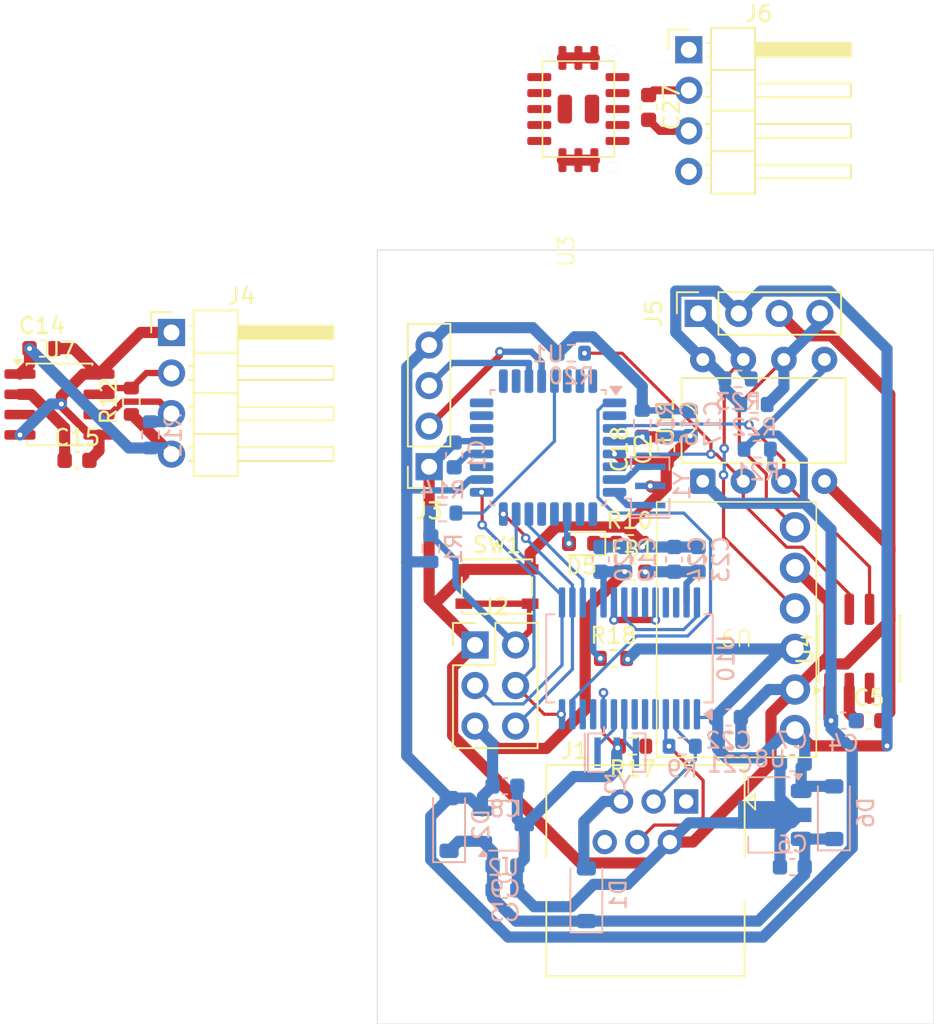
<source format=kicad_pcb>
(kicad_pcb (version 20241229) (generator "pcbnew") (generator_version "9.0")
  (layers (0 "F.Cu" signal) (2 "B.Cu" signal) (13 "F.Paste" user) (15 "B.Paste" user) (5 "F.SilkS" user "F.Silkscreen") (7 "B.SilkS" user "B.Silkscreen") (1 "F.Mask" user) (3 "B.Mask" user) (25 "Edge.Cuts" user))
  (net 0 "")
  (net 1 "Net-(U1-AREF)")
  (net 2 "GND")
  (net 3 "Net-(U1-VCC)")
  (net 4 "Net-(D1-K)")
  (net 5 "+5V")
  (net 6 "Net-(U4-VDD3V3)")
  (net 7 "GND1")
  (net 8 "Net-(U7-VDD3V3)")
  (net 9 "+3V3")
  (net 10 "Net-(U10-VDDA)")
  (net 11 "Net-(D1-A)")
  (net 12 "SCK")
  (net 13 "ERR")
  (net 14 "Net-(D5-K)")
  (net 16 "CANL")
  (net 17 "CANH")
  (net 19 "MISO")
  (net 20 "MOSI")
  (net 21 "RST")
  (net 22 "SDA1")
  (net 23 "SCL1")
  (net 24 "SCL2")
  (net 25 "SDA2")
  (net 26 "Net-(U1-~{RESET}{slash}PC6)")
  (net 27 "Net-(U10-STBY)")
  (net 28 "Net-(U10-~{RESET})")
  (net 29 "SCL0")
  (net 30 "SDA0")
  (net 36 "INT")
  (net 37 "CS")
  (net 42 "Net-(U1-XTAL2{slash}PB7)")
  (net 45 "Net-(U1-XTAL1{slash}PB6)")
  (net 53 "Net-(U10-TXD)")
  (net 61 "Net-(U10-OSC2)")
  (net 62 "Net-(U10-RXD)")
  (net 63 "Net-(U10-OSC1)")
  (net 64 "SCL3")
  (net 65 "SDA3")
  (net 66 "Net-(J6-Pin_2)")
  (net 67 "Net-(J6-Pin_1)")
  (net 68 "Net-(J6-Pin_4)")
  (net 77 "+5VA")
  (net 78 "Net-(J6-Pin_3)")
  (footprint "Connector_PinSocket_2.54mm:PinSocket_1x04_P2.54mm_Vertical" (layer "F.Cu") (at 144.65 79.5 180)
    (property "Reference" "J3")
    (property "Value" "Conn_01x04_Socket")
  )
  (footprint "Resistor_SMD:R_0603_1608Metric" (layer "F.Cu") (at 157.4 97 180)
    (property "Reference" "R17")
    (property "Value" "100k")
  )
  (footprint "Resistor_SMD:R_0603_1608Metric" (layer "F.Cu") (at 126 75.4 90)
    (property "Reference" "R12")
    (property "Value" "4.7k")
  )
  (footprint "Connector_PinHeader_2.54mm:PinHeader_1x04_P2.54mm_Horizontal" (layer "F.Cu") (at 160.915 53.39)
    (property "Reference" "J6")
    (property "Value" "Conn_01x04_Pin")
  )
  (footprint "Inductor_SMD:L_0603_1608Metric" (layer "F.Cu") (at 157.4 86.1)
    (property "Reference" "FB1")
    (property "Value" "FerriteBead_Small")
  )
  (footprint "Button_Switch_SMD:SW_SPST_PTS810" (layer "F.Cu") (at 148.9 87)
    (property "Reference" "SW1")
    (property "Value" "RST")
  )
  (footprint "Capacitor_SMD:C_0603_1608Metric" (layer "F.Cu") (at 158 78.4 90)
    (property "Reference" "C18")
    (property "Value" "0.1u")
  )
  (footprint "Capacitor_SMD:C_0603_1608Metric" (layer "F.Cu") (at 172.2 95.4)
    (property "Reference" "C5")
    (property "Value" "1u")
  )
  (footprint "Connector_RJ:RJ25_Wayconn_MJEA-660X1_Horizontal" (layer "F.Cu") (at 160.75 100.46)
    (property "Reference" "J1")
    (property "Value" "RJ25")
  )
  (footprint "Capacitor_SMD:C_0603_1608Metric" (layer "F.Cu") (at 158.4 57 -90)
    (property "Reference" "C27")
    (property "Value" "100n")
  )
  (footprint "Capacitor_SMD:C_0603_1608Metric" (layer "F.Cu") (at 122.6 79.1)
    (property "Reference" "C15")
    (property "Value" "1u")
  )
  (footprint "KUBTSS:SDP32" (layer "F.Cu") (at 154 57.1 90)
    (property "Reference" "U3")
    (property "Value" "~")
    (fp_circle (center 3.65 -2.15) (end 4 -2.15) (stroke (width 0.01)) (fill no) (layer "Edge.Cuts"))
    (fp_circle (center 3.65 2.15) (end 4 2.15) (stroke (width 0.01)) (fill no) (layer "Edge.Cuts"))
    (fp_circle (center -3.65 2.15) (end -3.3 2.15) (stroke (width 0.01)) (fill no) (layer "Edge.Cuts"))
  )
  (footprint "Connector_PinHeader_2.54mm:PinHeader_1x04_P2.54mm_Horizontal" (layer "F.Cu") (at 128.515 71.09)
    (property "Reference" "J4")
    (property "Value" "Conn_01x04_Pin")
  )
  (footprint "Package_SO:SOIC-8_3.9x4.9mm_P1.27mm" (layer "F.Cu") (at 171.6 90.9 90)
    (property "Reference" "U4")
    (property "Value" "SLIP")
  )
  (footprint "LED_SMD:LED_0603_1608Metric" (layer "F.Cu") (at 154.2 84.3 180)
    (property "Reference" "D5")
    (property "Value" "ERR")
  )
  (footprint "KUBTSS:BME280" (layer "F.Cu") (at 163.9 89.7 180)
    (property "Reference" "U9")
    (property "Value" "BME280")
  )
  (footprint "Capacitor_SMD:C_0603_1608Metric" (layer "F.Cu") (at 159.5 78.4 90)
    (property "Reference" "C2")
    (property "Value" "1u")
  )
  (footprint "Package_DIP:DIP-8_W7.62mm" (layer "F.Cu") (at 161.79 80.405 90)
    (property "Reference" "U11")
    (property "Value" "~")
  )
  (footprint "Connector_PinSocket_2.54mm:PinSocket_1x04_P2.54mm_Vertical" (layer "F.Cu") (at 161.5 69.9 90)
    (property "Reference" "J5")
    (property "Value" "Conn_01x04_Socket")
  )
  (footprint "Package_SO:SOIC-8_3.9x4.9mm_P1.27mm" (layer "F.Cu") (at 121.5 75.6)
    (property "Reference" "U7")
    (property "Value" "SLIP")
  )
  (footprint "Connector_PinHeader_2.54mm:PinHeader_2x03_P2.54mm_Vertical" (layer "F.Cu") (at 147.525 90.66)
    (property "Reference" "J2")
    (property "Value" "ICSP")
  )
  (footprint "Resistor_SMD:R_0603_1608Metric" (layer "F.Cu") (at 157.2 84.3)
    (property "Reference" "R10")
    (property "Value" "1k")
  )
  (footprint "Resistor_SMD:R_0603_1608Metric" (layer "F.Cu") (at 156.2 91.5)
    (property "Reference" "R18")
    (property "Value" "10k")
  )
  (footprint "Capacitor_SMD:C_0603_1608Metric" (layer "F.Cu") (at 120.4 72.1)
    (property "Reference" "C14")
    (property "Value" "0.1u")
  )
  (footprint "Resistor_SMD:R_0603_1608Metric" (layer "B.Cu") (at 145.5 82.4 180)
    (property "Reference" "R14")
    (property "Value" "100")
  )
  (footprint "Capacitor_SMD:C_0603_1608Metric" (layer "B.Cu") (at 159.5 76.8 90)
    (property "Reference" "C16")
    (property "Value" "0.1u")
  )
  (footprint "Crystal:Resonator_SMD_Murata_CSTxExxV-3Pin_3.0x1.1mm" (layer "B.Cu") (at 158.5 80.7 90)
    (property "Reference" "Y1")
    (property "Value" "16MHz")
  )
  (footprint "Capacitor_SMD:C_0603_1608Metric" (layer "B.Cu") (at 167.4 98.0625 180)
    (property "Reference" "C7")
    (property "Value" "2.2u")
  )
  (footprint "Resistor_SMD:R_0603_1608Metric" (layer "B.Cu") (at 127.2 77.5 90)
    (property "Reference" "R11")
    (property "Value" "4.7k")
  )
  (footprint "Diode_SMD:D_SOD-123" (layer "B.Cu") (at 145.9 101.9 90)
    (property "Reference" "D2")
    (property "Value" "RB160M")
  )
  (footprint "Package_TO_SOT_SMD:TSOT-23" (layer "B.Cu") (at 149.3 102)
    (property "Reference" "U2")
    (property "Value" "AP7375")
  )
  (footprint "Capacitor_SMD:C_0603_1608Metric" (layer "B.Cu") (at 161 76.8 90)
    (property "Reference" "C17")
    (property "Value" "1u")
  )
  (footprint "Resistor_SMD:R_0603_1608Metric" (layer "B.Cu") (at 164 74)
    (property "Reference" "R23")
    (property "Value" "4.7k")
  )
  (footprint "Capacitor_SMD:C_0603_1608Metric" (layer "B.Cu") (at 146.22 78.76 90)
    (property "Reference" "C1")
    (property "Value" "0.1u")
  )
  (footprint "Package_SO:SSOP-28_5.3x10.2mm_P0.65mm" (layer "B.Cu") (at 157.2 91.5 90)
    (property "Reference" "U10")
    (property "Value" "MCP25625-x-SS")
  )
  (footprint "Diode_SMD:D_SOD-123" (layer "B.Cu") (at 154.5 106.3 90)
    (property "Reference" "D1")
    (property "Value" "RB160M")
  )
  (footprint "Capacitor_SMD:C_0603_1608Metric" (layer "B.Cu") (at 160 85.3 90)
    (property "Reference" "C24")
    (property "Value" "0.1u")
  )
  (footprint "Capacitor_SMD:C_0603_1608Metric" (layer "B.Cu") (at 149.4 99.5)
    (property "Reference" "C8")
    (property "Value" "10u")
  )
  (footprint "Resistor_SMD:R_0603_1608Metric" (layer "B.Cu") (at 160.5 97)
    (property "Reference" "R9")
    (property "Value" "120")
  )
  (footprint "Capacitor_SMD:C_0603_1608Metric" (layer "B.Cu") (at 163.5 96.7)
    (property "Reference" "C21")
    (property "Value" "1u")
  )
  (footprint "Resistor_SMD:R_0603_1608Metric" (layer "B.Cu") (at 153.56 72.39)
    (property "Reference" "R20")
    (property "Value" "4.7k")
  )
  (footprint "Capacitor_SMD:C_0603_1608Metric" (layer "B.Cu") (at 156.9 85.3 90)
    (property "Reference" "C19")
    (property "Value" "1u")
  )
  (footprint "Capacitor_SMD:C_0603_1608Metric" (layer "B.Cu") (at 155.4 85.3 90)
    (property "Reference" "C20")
    (property "Value" "0.1u")
  )
  (footprint "Capacitor_SMD:C_0603_1608Metric" (layer "B.Cu") (at 149.4 104.5)
    (property "Reference" "C9")
    (property "Value" "1u")
  )
  (footprint "Resistor_SMD:R_0603_1608Metric" (layer "B.Cu") (at 158 76.8 90)
    (property "Reference" "R13")
    (property "Value" "10")
  )
  (footprint "Crystal:Resonator_SMD_Murata_CSTxExxV-3Pin_3.0x1.1mm" (layer "B.Cu") (at 156.4 97.4)
    (property "Reference" "Y3")
    (property "Value" "16MHz")
  )
  (footprint "Capacitor_SMD:C_0603_1608Metric" (layer "B.Cu") (at 163.4 95.2)
    (property "Reference" "C22")
    (property "Value" "0.1u")
  )
  (footprint "Package_QFP:TQFP-32_7x7mm_P0.8mm" (layer "B.Cu") (at 152.1 78.3 180)
    (property "Reference" "U1")
    (property "Value" "ATmega328PB-A")
  )
  (footprint "Diode_SMD:D_SOD-123" (layer "B.Cu") (at 170 101.1625 90)
    (property "Reference" "D6")
    (property "Value" "RB160M")
  )
  (footprint "Capacitor_SMD:C_0603_1608Metric" (layer "B.Cu") (at 149.4 106)
    (property "Reference" "C3")
    (property "Value" "10u")
  )
  (footprint "Resistor_SMD:R_0603_1608Metric" (layer "B.Cu") (at 165 75.6)
    (property "Reference" "R22")
    (property "Value" "4.7k")
  )
  (footprint "Capacitor_SMD:C_0603_1608Metric" (layer "B.Cu") (at 161.5 85.3 90)
    (property "Reference" "C23")
    (property "Value" "10u")
  )
  (footprint "Capacitor_SMD:C_0603_1608Metric" (layer "B.Cu") (at 167.4 104.5625 180)
    (property "Reference" "C6")
    (property "Value" "0.1u")
  )
  (footprint "Capacitor_SMD:C_0603_1608Metric" (layer "B.Cu") (at 170.6 95.4)
    (property "Reference" "C4")
    (property "Value" "0.1u")
  )
  (footprint "Package_TO_SOT_SMD:SOT-89-3" (layer "B.Cu") (at 166 101.3 180)
    (property "Reference" "U8")
    (property "Value" "NJW4181U3-33B")
  )
  (footprint "Resistor_SMD:R_0603_1608Metric" (layer "B.Cu") (at 144.76 84.63 90)
    (property "Reference" "R1")
    (property "Value" "10k")
  )
  (footprint "Resistor_SMD:R_0603_1608Metric" (layer "B.Cu") (at 165.2 78.4)
    (property "Reference" "R21")
    (property "Value" "4.7k")
  )
  (gr_rect (start 141.41 65.93) (end 176.27 114.4) (stroke (width 0.05)) (fill no) (layer "Edge.Cuts"))
  (segment (start 146.22 79.535) (end 147.055 78.7) (width 0.4) (layer "B.Cu") (net 1))
  (segment (start 147.055 78.7) (end 147.9375 78.7) (width 0.4) (layer "B.Cu") (net 1))
  (segment (start 154.114686 104.311) (end 146.124 96.320314) (width 0.7) (layer "F.Cu") (net 2))
  (segment (start 158 79.175) (end 159.5 79.175) (width 0.7) (layer "F.Cu") (net 2))
  (segment (start 156.45882 97.106558) (end 155.57 96.217738) (width 0.2) (layer "F.Cu") (net 2))
  (segment (start 146.124 96.320314) (end 146.124 92.061) (width 0.7) (layer "F.Cu") (net 2))
  (segment (start 146.825 85.925) (end 146.825 86.26) (width 0.7) (layer "F.Cu") (net 2))
  (segment (start 169.41 80.405) (end 173.505 84.5) (width 0.7) (layer "F.Cu") (net 2))
  (segment (start 150.975 85.925) (end 150.975 84.9) (width 0.7) (layer "F.Cu") (net 2))
  (segment (start 173.505 89.125522) (end 170.781522 91.849) (width 0.7) (layer "F.Cu") (net 2))
  (segment (start 169.695 88.425) (end 169.695 91.318) (width 0.7) (layer "F.Cu") (net 2))
  (segment (start 173.505 88.425) (end 173.505 89.125522) (width 0.7) (layer "F.Cu") (net 2))
  (segment (start 146.825 86.26) (end 144.975 88.11) (width 0.7) (layer "F.Cu") (net 2))
  (segment (start 158 79.175) (end 156.7375 79.175) (width 0.4) (layer "F.Cu") (net 2))
  (segment (start 150.975 84.9) (end 152.601 83.274) (width 0.7) (layer "F.Cu") (net 2))
  (segment (start 158.419 104.311) (end 154.114686 104.311) (width 0.7) (layer "F.Cu") (net 2))
  (segment (start 173.505 84.76) (end 173.505 88.425) (width 0.7) (layer "F.Cu") (net 2))
  (segment (start 159.5 79.175) (end 159.535 79.175) (width 0.7) (layer "F.Cu") (net 2))
  (segment (start 161 77.71) (end 161 77.575) (width 0.7) (layer "F.Cu") (net 2))
  (segment (start 155.57 96.217738) (end 155.57 93.65) (width 0.2) (layer "F.Cu") (net 2))
  (segment (start 166.062 98.108654) (end 166.062 94.951) (width 0.7) (layer "F.Cu") (net 2))
  (segment (start 169.695 91.318) (end 169.164 91.849) (width 0.7) (layer "F.Cu") (net 2))
  (segment (start 169.695 88.425) (end 169.695 87.962) (width 0.7) (layer "F.Cu") (net 2))
  (segment (start 169.836603 71.301) (end 173.505 74.969397) (width 0.7) (layer "F.Cu") (net 2))
  (segment (start 172.975 95.4) (end 173.505 94.87) (width 0.7) (layer "F.Cu") (net 2))
  (segment (start 156.7375 79.175) (end 156.2625 78.7) (width 0.4) (layer "F.Cu") (net 2))
  (segment (start 167.981 71.301) (end 169.836603 71.301) (width 0.7) (layer "F.Cu") (net 2))
  (segment (start 169.695 87.962) (end 167.563 85.83) (width 0.7) (layer "F.Cu") (net 2))
  (segment (start 146.124 92.061) (end 147.525 90.66) (width 0.7) (layer "F.Cu") (net 2))
  (segment (start 159.5 80.773) (end 158.573 80.773) (width 0.7) (layer "F.Cu") (net 2))
  (segment (start 144.65 79.5) (end 144.65 87.785) (width 0.7) (layer "F.Cu") (net 2))
  (segment (start 152.601 83.274) (end 156.999 83.274) (width 0.7) (layer "F.Cu") (net 2))
  (segment (start 161.170654 103) (end 166.062 98.108654) (width 0.7) (layer "F.Cu") (net 2))
  (segment (start 159.5 80.773) (end 156.999 83.274) (width 0.7) (layer "F.Cu") (net 2))
  (segment (start 158.025 84.3) (end 158.025 84.52) (width 0.7) (layer "F.Cu") (net 2))
  (segment (start 173.505 74.969397) (end 173.505 84.76) (width 0.7) (layer "F.Cu") (net 2))
  (segment (start 144.65 87.785) (end 144.975 88.11) (width 0.7) (layer "F.Cu") (net 2))
  (segment (start 169.164 91.849) (end 167.563 93.45) (width 0.7) (layer "F.Cu") (net 2))
  (segment (start 147.525 90.66) (end 144.975 88.11) (width 0.7) (layer "F.Cu") (net 2))
  (segment (start 156.45882 97.106558) (end 156.468442 97.106558) (width 0.2) (layer "F.Cu") (net 2))
  (segment (start 173.505 93.375) (end 173.505 88.425) (width 0.7) (layer "F.Cu") (net 2))
  (segment (start 166.062 94.951) (end 167.563 93.45) (width 0.7) (layer "F.Cu") (net 2))
  (segment (start 150.975 85.925) (end 146.825 85.925) (width 0.7) (layer "F.Cu") (net 2))
  (segment (start 158.573 80.773) (end 158.5 80.7) (width 0.7) (layer "F.Cu") (net 2))
  (segment (start 170.781522 91.849) (end 169.164 91.849) (width 0.7) (layer "F.Cu") (net 2))
  (segment (start 159.73 103) (end 161.170654 103) (width 0.7) (layer "F.Cu") (net 2))
  (segment (start 156.468442 97.106558) (end 156.575 97) (width 0.2) (layer "F.Cu") (net 2))
  (segment (start 159.73 103) (end 158.419 104.311) (width 0.7) (layer "F.Cu") (net 2))
  (segment (start 173.505 84.5) (end 173.505 84.76) (width 0.7) (layer "F.Cu") (net 2))
  (segment (start 159.535 79.175) (end 161 77.71) (width 0.7) (layer "F.Cu") (net 2))
  (segment (start 156.999 83.274) (end 158.025 84.3) (width 0.7) (layer "F.Cu") (net 2))
  (segment (start 173.505 94.87) (end 173.505 93.375) (width 0.7) (layer "F.Cu") (net 2))
  (segment (start 159.5 79.175) (end 159.5 80.773) (width 0.7) (layer "F.Cu") (net 2))
  (segment (start 166.58 69.9) (end 167.981 71.301) (width 0.7) (layer "F.Cu") (net 2))
  (segment (start 158.025 84.52) (end 158.02 84.525) (width 0.7) (layer "F.Cu") (net 2))
  (via (at 156.2625 78.7) (size 0.6) (drill 0.3) (layers "F.Cu" "B.Cu") (net 2))
  (via (at 158.02 84.525) (size 0.6) (drill 0.3) (layers "F.Cu" "B.Cu") (net 2))
  (via (at 158.5 80.7) (size 0.6) (drill 0.3) (layers "F.Cu" "B.Cu") (net 2))
  (via (at 155.57 93.65) (size 0.6) (drill 0.3) (layers "F.Cu" "B.Cu") (net 2))
  (via (at 161 77.575) (size 0.6) (drill 0.3) (layers "F.Cu" "B.Cu") (net 2))
  (via (at 156.45882 97.106558) (size 0.6) (drill 0.3) (layers "F.Cu" "B.Cu") (net 2))
  (segment (start 150.175 101.565) (end 150.61 102) (width 0.7) (layer "B.Cu") (net 2))
  (segment (start 164.175 96.6) (end 164.275 96.7) (width 0.7) (layer "B.Cu") (net 2))
  (segment (start 157.079 105.651) (end 159.73 103) (width 0.7) (layer "B.Cu") (net 2))
  (segment (start 166.625 102.371336) (end 166.625 104.5625) (width 0.7) (layer "B.Cu") (net 2))
  (segment (start 156.4 97.4) (end 156.4 97.165378) (width 0.2) (layer "B.Cu") (net 2))
  (segment (start 166.625 100.228664) (end 166.625 98.0625) (width 0.7) (layer "B.Cu") (net 2))
  (segment (start 167.696336 101.3) (end 166.625 100.228664) (width 0.7) (layer "B.Cu") (net 2))
  (segment (start 165.925 93.45) (end 164.175 95.2) (width 0.7) (layer "B.Cu") (net 2))
  (segment (start 150.175 99.5) (end 150.175 101.565) (width 0.7) (layer "B.Cu") (net 2))
  (segment (start 150.175 104.5) (end 150.175 106) (width 0.7) (layer "B.Cu") (net 2))
  (segment (start 153.709 98.901) (end 150.61 102) (width 0.7) (layer "B.Cu") (net 2))
  (segment (start 156.9 84.525) (end 158.02 84.525) (width 0.7) (layer "B.Cu") (net 2))
  (segment (start 167.3635 101.799) (end 167.8625 101.3) (width 0.7) (layer "B.Cu") (net 2))
  (segment (start 150.61 102) (end 150.61 104.065) (width 0.7) (layer "B.Cu") (net 2))
  (segment (start 164.175 95.2) (end 164.175 96.6) (width 0.7) (layer "B.Cu") (net 2))
  (segment (start 167.563 93.45) (end 165.925 93.45) (width 0.7) (layer "B.Cu") (net 2))
  (segment (start 153.549 107.051) (end 154.949 105.651) (width 0.7) (layer "B.Cu") (net 2))
  (segment (start 146.22 77.985) (end 146.165 77.985) (width 0.7) (layer "B.Cu") (net 2))
  (segment (start 156.4 97.4) (end 156.4 98.452) (width 0.7) (layer "B.Cu") (net 2))
  (segment (start 146.165 77.985) (end 144.65 79.5) (width 0.7) (layer "B.Cu") (net 2))
  (segment (start 167.696336 101.3) (end 166.625 102.371336) (width 0.7) (layer "B.Cu") (net 2))
  (segment (start 155.951 98.901) (end 153.709 98.901) (width 0.7) (layer "B.Cu") (net 2))
  (segment (start 147.9375 77.9) (end 146.305 77.9) (width 0.4) (layer "B.Cu") (net 2))
  (segment (start 146.305 77.9) (end 146.22 77.985) (width 0.4) (layer "B.Cu") (net 2))
  (segment (start 156.4 97.165378) (end 156.45882 97.106558) (width 0.2) (layer "B.Cu") (net 2))
  (segment (start 155.57 93.65) (end 155.57 94.995) (width 0.2) (layer "B.Cu") (net 2))
  (segment (start 150.175 106) (end 151.226 107.051) (width 0.7) (layer "B.Cu") (net 2))
  (segment (start 158.02 84.525) (end 160 84.525) (width 0.7) (layer "B.Cu") (net 2))
  (segment (start 160.931 101.799) (end 167.3635 101.799) (width 0.7) (layer "B.Cu") (net 2))
  (segment (start 155.57 94.995) (end 155.575 95) (width 0.2) (layer "B.Cu") (net 2))
  (segment (start 156.4 98.452) (end 155.951 98.901) (width 0.7) (layer "B.Cu") (net 2))
  (segment (start 159.73 103) (end 160.931 101.799) (width 0.7) (layer "B.Cu") (net 2))
  (segment (start 160 84.525) (end 161.5 84.525) (width 0.7) (layer "B.Cu") (net 2))
  (segment (start 154.949 105.651) (end 157.079 105.651) (width 0.7) (layer "B.Cu") (net 2))
  (segment (start 167.8625 101.3) (end 167.696336 101.3) (width 0.7) (layer "B.Cu") (net 2))
  (segment (start 151.226 107.051) (end 153.549 107.051) (width 0.7) (layer "B.Cu") (net 2))
  (segment (start 159.5 77.575) (end 161 77.575) (width 0.7) (layer "B.Cu") (net 2))
  (segment (start 155.4 84.525) (end 156.9 84.525) (width 0.7) (layer "B.Cu") (net 2))
  (segment (start 150.61 104.065) (end 150.175 104.5) (width 0.7) (layer "B.Cu") (net 2))
  (segment (start 159.5 77.625) (end 158 77.625) (width 0.7) (layer "F.Cu") (net 3))
  (via (at 158 77.625) (size 0.6) (drill 0.3) (layers "F.Cu" "B.Cu") (net 3))
  (segment (start 156.2625 77.9) (end 157.725 77.9) (width 0.5) (layer "B.Cu") (net 3))
  (segment (start 157.725 77.9) (end 158 77.625) (width 0.5) (layer "B.Cu") (net 3))
  (segment (start 158 77.625) (end 157.9425 77.6825) (width 0.5) (layer "B.Cu") (net 3))
  (segment (start 165.2625 107.95) (end 154.5 107.95) (width 0.7) (layer "B.Cu") (net 4))
  (segment (start 148.625 106.475) (end 148.625 106) (width 0.7) (layer "B.Cu") (net 4))
  (segment (start 146.5 102.95) (end 145.9 103.55) (width 0.7) (layer "B.Cu") (net 4))
  (segment (start 148.625 103.585) (end 147.99 102.95) (width 0.7) (layer "B.Cu") (net 4))
  (segment (start 168.175 103.025) (end 167.95 102.8) (width 0.7) (layer "B.Cu") (net 4))
  (segment (start 154.498 107.952) (end 150.102 107.952) (width 0.7) (layer "B.Cu") (net 4))
  (segment (start 154.5 107.95) (end 154.498 107.952) (width 0.7) (layer "B.Cu") (net 4))
  (segment (start 148.625 104.5) (end 148.625 103.585) (width 0.7) (layer "B.Cu") (net 4))
  (segment (start 168.175 105.0375) (end 165.2625 107.95) (width 0.7) (layer "B.Cu") (net 4))
  (segment (start 147.99 102.95) (end 146.5 102.95) (width 0.7) (layer "B.Cu") (net 4))
  (segment (start 170 102.8125) (end 167.9625 102.8125) (width 0.7) (layer "B.Cu") (net 4))
  (segment (start 150.102 107.952) (end 148.625 106.475) (width 0.7) (layer "B.Cu") (net 4))
  (segment (start 167.9625 102.8125) (end 167.95 102.8) (width 0.7) (layer "B.Cu") (net 4))
  (segment (start 148.625 104.5) (end 148.625 106) (width 0.7) (layer "B.Cu") (net 4))
  (segment (start 168.175 104.5625) (end 168.175 103.025) (width 0.7) (layer "B.Cu") (net 4))
  (segment (start 168.175 104.5625) (end 168.175 105.0375) (width 0.7) (layer "B.Cu") (net 4))
  (segment (start 154.424 88.551) (end 154.424 94.704496) (width 0.7) (layer "F.Cu") (net 5))
  (segment (start 156.875 86.1) (end 156.9 86.075) (width 0.7) (layer "F.Cu") (net 5))
  (segment (start 156.9 86.075) (end 154.424 88.551) (width 0.7) (layer "F.Cu") (net 5))
  (segment (start 169.695 95.27) (end 169.825 95.4) (width 0.7) (layer "F.Cu") (net 5))
  (segment (start 156.6125 86.1) (end 156.875 86.1) (width 0.7) (layer "F.Cu") (net 5))
  (segment (start 151.987496 97.141) (end 148.926 97.141) (width 0.7) (layer "F.Cu") (net 5))
  (segment (start 169.695 93.375) (end 169.695 95.27) (width 0.7) (layer "F.Cu") (net 5))
  (segment (start 154.424 94.704496) (end 151.987496 97.141) (width 0.7) (layer "F.Cu") (net 5))
  (segment (start 148.926 97.141) (end 147.525 95.74) (width 0.7) (layer "F.Cu") (net 5))
  (via (at 169.825 95.4) (size 0.6) (drill 0.3) (layers "F.Cu" "B.Cu") (net 5))
  (via (at 156.9 86.075) (size 0.6) (drill 0.3) (layers "F.Cu" "B.Cu") (net 5))
  (via (at 147.525 95.74) (size 0.6) (drill 0.3) (layers "F.Cu" "B.Cu") (net 5))
  (segment (start 143.249 73.281) (end 143.249 80.98) (width 0.7) (layer "B.Cu") (net 5))
  (segment (start 145.9 100.25) (end 147.19 100.25) (width 0.7) (layer "B.Cu") (net 5))
  (segment (start 171.151 103.365164) (end 171.151 97.201) (width 0.7) (layer "B.Cu") (net 5))
  (segment (start 145.74 70.79) (end 144.65 71.88) (width 0.7) (layer "B.Cu") (net 5))
  (segment (start 147.99 101.05) (end 147.99 100.135) (width 0.7) (layer "B.Cu") (net 5))
  (segment (start 168.184735 81.789) (end 169.825 83.429265) (width 0.7) (layer "B.Cu") (net 5))
  (segment (start 168.121 79.094804) (end 168.121 81.725265) (width 0.5) (layer "B.Cu") (net 5))
  (segment (start 143.264 85.455) (end 143.249 85.47) (width 0.7) (layer "B.Cu") (net 5))
  (segment (start 148.625 96.84) (end 147.525 95.74) (width 0.7) (layer "B.Cu") (net 5))
  (segment (start 161 76.025) (end 161.145 76.025) (width 0.4) (layer "B.Cu") (net 5))
  (segment (start 169.825 95.875) (end 169.825 95.4) (width 0.7) (layer "B.Cu") (net 5))
  (segment (start 158 75.975) (end 159.45 75.975) (width 0.4) (layer "B.Cu") (net 5))
  (segment (start 147.9375 80.3) (end 147.200001 80.3) (width 0.4) (layer "B.Cu") (net 5))
  (segment (start 164.375 78.4) (end 169.41 73.365) (width 0.4) (layer "B.Cu") (net 5))
  (segment (start 143.249 85.47) (end 143.249 97.599) (width 0.7) (layer "B.Cu") (net 5))
  (segment (start 143.249 97.599) (end 145.9 100.25) (width 0.7) (layer "B.Cu") (net 5))
  (segment (start 159.45 75.975) (end 159.5 76.025) (width 0.4) (layer "B.Cu") (net 5))
  (segment (start 144.65 71.88) (end 143.249 73.281) (width 0.7) (layer "B.Cu") (net 5))
  (segment (start 169.825 83.429265) (end 169.825 95.4) (width 0.7) (layer "B.Cu") (net 5))
  (segment (start 147.200001 80.3) (end 146.520001 80.98) (width 0.4) (layer "B.Cu") (net 5))
  (segment (start 155.575 88) (end 155.575 86.25) (width 0.4) (layer "B.Cu") (net 5))
  (segment (start 158 74.462384) (end 158 75.975) (width 0.7) (layer "B.Cu") (net 5))
  (segment (start 146.520001 80.98) (end 143.249 80.98) (width 0.4) (layer "B.Cu") (net 5))
  (segment (start 152.735 72.39) (end 153.761 71.364) (width 0.7) (layer "B.Cu") (net 5))
  (segment (start 169.41 73.365) (end 169.41 72.785) (width 0.4) (layer "B.Cu") (net 5))
  (segment (start 165.565164 108.951) (end 171.151 103.365164) (width 0.7) (layer "B.Cu") (net 5))
  (segment (start 171.151 97.201) (end 169.825 95.875) (width 0.7) (layer "B.Cu") (net 5))
  (segment (start 159.5 76.025) (end 161 76.025) (width 0.4) (layer "B.Cu") (net 5))
  (segment (start 144.749 104.102664) (end 149.597336 108.951) (width 0.7) (layer "B.Cu") (net 5))
  (segment (start 145.9 100.25) (end 144.749 101.401) (width 0.7) (layer "B.Cu") (net 5))
  (segment (start 150.29 70.79) (end 145.74 70.79) (width 0.7) (layer "B.Cu") (net 5))
  (segment (start 149.597336 108.951) (end 165.565164 108.951) (width 0.7) (layer "B.Cu") (net 5))
  (segment (start 144.975 72.18) (end 144.975 72.165) (width 0.7) (layer "B.Cu") (net 5))
  (segment (start 153.761 71.364) (end 154.901616 71.364) (width 0.7) (layer "B.Cu") (net 5))
  (segment (start 164.375 78.4) (end 165.301 77.474) (width 0.5) (layer "B.Cu") (net 5))
  (segment (start 154.901616 71.364) (end 158 74.462384) (width 0.7) (layer "B.Cu") (net 5))
  (segment (start 161.79 80.405) (end 163.174 81.789) (width 0.7) (layer "B.Cu") (net 5))
  (segment (start 151.135 70.79) (end 152.735 72.39) (width 0.7) (layer "B.Cu") (net 5))
  (segment (start 165.301 77.474) (end 166.500196 77.474) (width 0.5) (layer "B.Cu") (net 5))
  (segment (start 155.4 86.075) (end 156.9 86.075) (width 0.7) (layer "B.Cu") (net 5))
  (segment (start 163.174 81.789) (end 168.184735 81.789) (width 0.7) (layer "B.Cu") (net 5))
  (segment (start 147.99 100.135) (end 148.625 99.5) (width 0.7) (layer "B.Cu") (net 5))
  (segment (start 155.575 86.25) (end 155.4 86.075) (width 0.4) (layer "B.Cu") (net 5))
  (segment (start 143.249 80.98) (end 143.249 85.47) (width 0.7) (layer "B.Cu") (net 5))
  (segment (start 168.121 81.725265) (end 168.184735 81.789) (width 0.5) (layer "B.Cu") (net 5))
  (segment (start 150.29 70.79) (end 151.135 70.79) (width 0.7) (layer "B.Cu") (net 5))
  (segment (start 166.500196 77.474) (end 168.121 79.094804) (width 0.5) (layer "B.Cu") (net 5))
  (segment (start 148.625 99.5) (end 148.625 96.84) (width 0.7) (layer "B.Cu") (net 5))
  (segment (start 144.749 101.401) (end 144.749 104.102664) (width 0.7) (layer "B.Cu") (net 5))
  (segment (start 144.76 85.455) (end 143.264 85.455) (width 0.7) (layer "B.Cu") (net 5))
  (segment (start 147.19 100.25) (end 147.99 101.05) (width 0.7) (layer "B.Cu") (net 5))
  (segment (start 170.965 94.94) (end 170.965 93.375) (width 0.7) (layer "F.Cu") (net 6))
  (segment (start 171.425 95.4) (end 170.965 94.94) (width 0.7) (layer "F.Cu") (net 6))
  (segment (start 126.58 71.09) (end 128.515 71.09) (width 0.7) (layer "F.Cu") (net 7))
  (segment (start 121.62 75.57) (end 121.62 75.725) (width 0.5) (layer "F.Cu") (net 7))
  (segment (start 123.000001 73.695) (end 121.62 75.075001) (width 0.7) (layer "F.Cu") (net 7))
  (segment (start 123.975 73.695) (end 123.000001 73.695) (width 0.7) (layer "F.Cu") (net 7))
  (segment (start 121.62 75.725) (end 123.4 77.505) (width 0.5) (layer "F.Cu") (net 7))
  (segment (start 121.175 72.1) (end 122.38 72.1) (width 0.7) (layer "F.Cu") (net 7))
  (segment (start 121.62 75.075001) (end 121.62 75.57) (width 0.7) (layer "F.Cu") (net 7))
  (segment (start 123.975 77.505) (end 123.975 78.5) (width 0.7) (layer "F.Cu") (net 7))
  (segment (start 123.975 78.5) (end 123.375 79.1) (width 0.7) (layer "F.Cu") (net 7))
  (segment (start 123.975 73.695) (end 126.58 71.09) (width 0.7) (layer "F.Cu") (net 7))
  (segment (start 122.38 72.1) (end 123.975 73.695) (width 0.7) (layer "F.Cu") (net 7))
  (segment (start 123.4 77.505) (end 123.975 77.505) (width 0.5) (layer "F.Cu") (net 7))
  (via (at 121.62 75.57) (size 0.6) (drill 0.3) (layers "F.Cu" "B.Cu") (net 7))
  (via (at 119.025 77.505) (size 0.6) (drill 0.3) (layers "F.Cu" "B.Cu") (net 7))
  (segment (start 121.62 75.57) (end 120.96 75.57) (width 0.7) (layer "B.Cu") (net 7))
  (segment (start 120.96 75.57) (end 119.025 77.505) (width 0.7) (layer "B.Cu") (net 7))
  (segment (start 119.025 74.965) (end 119.725522 74.965) (width 0.7) (layer "F.Cu") (net 8))
  (segment (start 121.825 77.064478) (end 121.825 79.1) (width 0.7) (layer "F.Cu") (net 8))
  (segment (start 119.725522 74.965) (end 121.825 77.064478) (width 0.7) (layer "F.Cu") (net 8))
  (segment (start 168.553 96.98) (end 173.33 96.98) (width 0.7) (layer "F.Cu") (net 9))
  (segment (start 167.563 95.99) (end 168.553 96.98) (width 0.7) (layer "F.Cu") (net 9))
  (via (at 173.33 96.98) (size 0.6) (drill 0.3) (layers "F.Cu" "B.Cu") (net 9))
  (via (at 157.085298 91.560299) (size 0.6) (drill 0.3) (layers "F.Cu" "B.Cu") (net 9))
  (segment (start 162.725 95.3) (end 162.625 95.2) (width 0.7) (layer "B.Cu") (net 9))
  (segment (start 162.639 68.499) (end 160.099 68.499) (width 0.7) (layer "B.Cu") (net 9))
  (segment (start 162.625 95.075) (end 166.79 90.91) (width 0.7) (layer "B.Cu") (net 9))
  (segment (start 163.276 97.726) (end 162.725 97.175) (width 0.7) (layer "B.Cu") (net 9))
  (segment (start 161.625 95.2) (end 161.425 95) (width 0.2) (layer "B.Cu") (net 9))
  (segment (start 157.735597 90.91) (end 157.085298 91.560299) (width 0.7) (layer "B.Cu") (net 9))
  (segment (start 163.175 74.6) (end 164.175 75.6) (width 0.7) (layer "B.Cu") (net 9))
  (segment (start 163.175 74) (end 163.175 74.6) (width 0.7) (layer "B.Cu") (net 9))
  (segment (start 162.725 96.7) (end 162.725 95.3) (width 0.7) (layer "B.Cu") (net 9))
  (segment (start 173.33 96.98) (end 173.33 72.128686) (width 0.7) (layer "B.Cu") (net 9))
  (segment (start 166.79 90.91) (end 167.563 90.91) (width 0.7) (layer "B.Cu") (net 9))
  (segment (start 162.625 95.2) (end 162.625 95.075) (width 0.7) (layer "B.Cu") (net 9))
  (segment (start 160.099 68.499) (end 160.099 71.094) (width 0.7) (layer "B.Cu") (net 9))
  (segment (start 168.175 98.0625) (end 168.175 96.602) (width 0.7) (layer "B.Cu") (net 9))
  (segment (start 168.175 96.602) (end 167.563 95.99) (width 0.7) (layer "B.Cu") (net 9))
  (segment (start 168.2375 99.5125) (end 167.95 99.8) (width 0.7) (layer "B.Cu") (net 9))
  (segment (start 161.79 72.785) (end 161.96 72.785) (width 0.7) (layer "B.Cu") (net 9))
  (segment (start 162.625 95.2) (end 161.625 95.2) (width 0.2) (layer "B.Cu") (net 9))
  (segment (start 167.95 98.2875) (end 168.175 98.0625) (width 0.7) (layer "B.Cu") (net 9))
  (segment (start 165.382836 97.726) (end 163.276 97.726) (width 0.7) (layer "B.Cu") (net 9))
  (segment (start 164.04 69.9) (end 162.639 68.499) (width 0.7) (layer "B.Cu") (net 9))
  (segment (start 167.118836 95.99) (end 165.382836 97.726) (width 0.7) (layer "B.Cu") (net 9))
  (segment (start 161.96 72.785) (end 163.175 74) (width 0.7) (layer "B.Cu") (net 9))
  (segment (start 165.441 68.499) (end 164.04 69.9) (width 0.7) (layer "B.Cu") (net 9))
  (segment (start 170 99.5125) (end 168.2375 99.5125) (width 0.7) (layer "B.Cu") (net 9))
  (segment (start 169.700314 68.499) (end 165.441 68.499) (width 0.7) (layer "B.Cu") (net 9))
  (segment (start 160.099 71.094) (end 161.79 72.785) (width 0.7) (layer "B.Cu") (net 9))
  (segment (start 167.563 95.99) (end 167.118836 95.99) (width 0.7) (layer "B.Cu") (net 9))
  (segment (start 162.725 97.175) (end 162.725 96.7) (width 0.7) (layer "B.Cu") (net 9))
  (segment (start 167.95 99.8) (end 167.95 98.2875) (width 0.7) (layer "B.Cu") (net 9))
  (segment (start 173.33 72.128686) (end 169.700314 68.499) (width 0.7) (layer "B.Cu") (net 9))
  (segment (start 167.563 90.91) (end 157.735597 90.91) (width 0.7) (layer "B.Cu") (net 9))
  (via (at 158.1875 86.1) (size 0.6) (drill 0.3) (layers "F.Cu" "B.Cu") (net 10))
  (segment (start 160 86.075) (end 161.5 86.075) (width 0.7) (layer "B.Cu") (net 10))
  (segment (start 158.2125 86.075) (end 158.1875 86.1) (width 0.7) (layer "B.Cu") (net 10))
  (segment (start 160 86.075) (end 158.2125 86.075) (width 0.7) (layer "B.Cu") (net 10))
  (segment (start 160.775 86.8) (end 161.5 86.075) (width 0.4) (layer "B.Cu") (net 10))
  (segment (start 160.775 88) (end 160.775 86.8) (width 0.4) (layer "B.Cu") (net 10))
  (segment (start 154.339 104.489) (end 154.5 104.65) (width 0.7) (layer "B.Cu") (net 11))
  (segment (start 156.67 100.46) (end 155.595198 100.46) (width 0.7) (layer "B.Cu") (net 11))
  (segment (start 155.595198 100.46) (end 154.339 101.716198) (width 0.7) (layer "B.Cu") (net 11))
  (segment (start 154.339 101.716198) (end 154.339 104.489) (width 0.7) (layer "B.Cu") (net 11))
  (segment (start 150.065 93.2) (end 151.865 95) (width 0.2) (layer "F.Cu") (net 12))
  (segment (start 147.97 81.1325) (end 147.9375 81.1) (width 0.2) (layer "F.Cu") (net 12))
  (segment (start 151.865 95) (end 152.925 95) (width 0.2) (layer "F.Cu") (net 12))
  (segment (start 147.97 83.14) (end 147.97 81.1325) (width 0.2) (layer "F.Cu") (net 12))
  (via (at 147.97 83.14) (size 0.6) (drill 0.3) (layers "F.Cu" "B.Cu") (net 12))
  (via (at 152.925 95) (size 0.6) (drill 0.3) (layers "F.Cu" "B.Cu") (net 12))
  (via (at 147.9375 81.1) (size 0.6) (drill 0.3) (layers "F.Cu" "B.Cu") (net 12))
  (segment (start 151.216 86.386) (end 147.97 83.14) (width 0.2) (layer "B.Cu") (net 12))
  (segment (start 150.065 93.2) (end 151.216 92.049) (width 0.2) (layer "B.Cu") (net 12))
  (segment (start 151.216 92.049) (end 151.216 86.386) (width 0.2) (layer "B.Cu") (net 12))
  (via (at 153.4125 84.3) (size 0.6) (drill 0.3) (layers "F.Cu" "B.Cu") (net 13))
  (segment (start 153.3 82.4625) (end 153.3 84.1875) (width 0.4) (layer "B.Cu") (net 13))
  (segment (start 153.3 84.1875) (end 153.4125 84.3) (width 0.4) (layer "B.Cu") (net 13))
  (segment (start 156.375 84.3) (end 154.9875 84.3) (width 0.7) (layer "F.Cu") (net 14))
  (segment (start 160.125 95.949999) (end 161.175001 97) (width 0.2) (layer "B.Cu") (net 16))
  (segment (start 161.175001 97) (end 161.325 97) (width 0.2) (layer "B.Cu") (net 16))
  (segment (start 160.125 95) (end 160.125 95.949999) (width 0.2) (layer "B.Cu") (net 16))
  (segment (start 161.325 97) (end 161.325 97.845) (width 0.2) (layer "B.Cu") (net 16))
  (segment (start 161.325 97.845) (end 158.71 100.46) (width 0.2) (layer "B.Cu") (net 16))
  (segment (start 161.811 101.439) (end 161.311 101.939) (width 0.2) (layer "F.Cu") (net 17))
  (segment (start 159.675 97) (end 161.811 99.136) (width 0.2) (layer "F.Cu") (net 17))
  (segment (start 161.811 99.136) (end 161.811 101.439) (width 0.2) (layer "F.Cu") (net 17))
  (segment (start 158.751 101.939) (end 157.69 103) (width 0.2) (layer "F.Cu") (net 17))
  (segment (start 161.311 101.939) (end 158.751 101.939) (width 0.2) (layer "F.Cu") (net 17))
  (via (at 159.675 97) (size 0.6) (drill 0.3) (layers "F.Cu" "B.Cu") (net 17))
  (segment (start 159.475 96.8) (end 159.675 97) (width 0.2) (layer "B.Cu") (net 17))
  (segment (start 159.475 95) (end 159.475 96.8) (width 0.2) (layer "B.Cu") (net 17))
  (segment (start 150.699999 83.972919) (end 150.699999 83.862499) (width 0.2) (layer "F.Cu") (net 19))
  (segment (start 150.699999 83.862499) (end 149.3 82.4625) (width 0.2) (layer "F.Cu") (net 19))
  (via (at 149.3 82.4625) (size 0.6) (drill 0.3) (layers "F.Cu" "B.Cu") (net 19))
  (via (at 150.699999 83.972919) (size 0.6) (drill 0.3) (layers "F.Cu" "B.Cu") (net 19))
  (segment (start 153.625 92.18) (end 150.065 95.74) (width 0.2) (layer "B.Cu") (net 19))
  (segment (start 153.625 88) (end 153.625 86.89792) (width 0.2) (layer "B.Cu") (net 19))
  (segment (start 153.625 88) (end 153.625 92.18) (width 0.2) (layer "B.Cu") (net 19))
  (segment (start 153.625 86.89792) (end 150.699999 83.972919) (width 0.2) (layer "B.Cu") (net 19))
  (segment (start 152.975 88) (end 152.975 91.91776) (width 0.2) (layer "B.Cu") (net 20))
  (segment (start 150.1 82.4625) (end 150.1 84.7029) (width 0.2) (layer "B.Cu") (net 20))
  (segment (start 150.1 84.7029) (end 152.975 87.5779) (width 0.2) (layer "B.Cu") (net 20))
  (segment (start 152.975 91.91776) (end 150.54176 94.351) (width 0.2) (layer "B.Cu") (net 20))
  (segment (start 148.676 94.351) (end 147.525 93.2) (width 0.2) (layer "B.Cu") (net 20))
  (segment (start 150.54176 94.351) (end 148.676 94.351) (width 0.2) (layer "B.Cu") (net 20))
  (segment (start 152.975 87.5779) (end 152.975 88) (width 0.2) (layer "B.Cu") (net 20))
  (segment (start 150.975 88.075) (end 146.825 88.075) (width 0.4) (layer "F.Cu") (net 21))
  (segment (start 150.975 89.75) (end 150.065 90.66) (width 0.4) (layer "F.Cu") (net 21))
  (segment (start 150.975 88.075) (end 150.975 89.75) (width 0.4) (layer "F.Cu") (net 21))
  (segment (start 146.31 85.355) (end 146.31 86.905) (width 0.4) (layer "B.Cu") (net 21))
  (segment (start 144.675 82.4) (end 144.675 83.72) (width 0.7) (layer "B.Cu") (net 21))
  (segment (start 144.675 83.72) (end 144.76 83.805) (width 0.7) (layer "B.Cu") (net 21))
  (segment (start 146.31 86.905) (end 150.065 90.66) (width 0.4) (layer "B.Cu") (net 21))
  (segment (start 144.76 83.805) (end 146.31 85.355) (width 0.4) (layer "B.Cu") (net 21))
  (segment (start 150.9 73.001) (end 150.898 72.999) (width 0.4) (layer "B.Cu") (net 22))
  (segment (start 150.9 74.1375) (end 150.9 73.001) (width 0.4) (layer "B.Cu") (net 22))
  (segment (start 146.071 72.999) (end 144.65 74.42) (width 0.4) (layer "B.Cu") (net 22))
  (segment (start 150.898 72.999) (end 146.071 72.999) (width 0.4) (layer "B.Cu") (net 22))
  (segment (start 149.08 72.53) (end 144.65 76.96) (width 0.4) (layer "F.Cu") (net 23))
  (segment (start 149.08 72.299) (end 149.08 72.53) (width 0.4) (layer "F.Cu") (net 23))
  (via (at 149.08 72.299) (size 0.6) (drill 0.3) (layers "F.Cu" "B.Cu") (net 23))
  (segment (start 151.047942 72.299) (end 149.08 72.299) (width 0.4) (layer "B.Cu") (net 23))
  (segment (start 151.7 74.1375) (end 151.7 72.951058) (width 0.4) (layer "B.Cu") (net 23))
  (segment (start 151.7 72.951058) (end 151.047942 72.299) (width 0.4) (layer "B.Cu") (net 23))
  (segment (start 124.365 74.575) (end 123.975 74.965) (width 0.4) (layer "F.Cu") (net 24))
  (segment (start 126 74.575) (end 124.365 74.575) (width 0.4) (layer "F.Cu") (net 24))
  (segment (start 126.945 73.63) (end 126 74.575) (width 0.4) (layer "F.Cu") (net 24))
  (segment (start 128.515 73.63) (end 126.945 73.63) (width 0.4) (layer "F.Cu") (net 24))
  (segment (start 123.975 76.235) (end 124.659516 76.235) (width 0.4) (layer "F.Cu") (net 25))
  (segment (start 127.769 75.424) (end 128.515 76.17) (width 0.4) (layer "F.Cu") (net 25))
  (segment (start 124.659516 76.235) (end 125.470516 75.424) (width 0.4) (layer "F.Cu") (net 25))
  (segment (start 125.470516 75.424) (end 127.769 75.424) (width 0.4) (layer "F.Cu") (net 25))
  (segment (start 128.01 76.675) (end 128.515 76.17) (width 0.7) (layer "B.Cu") (net 25))
  (segment (start 127.2 76.675) (end 128.01 76.675) (width 0.7) (layer "B.Cu") (net 25))
  (segment (start 152.5 77.898944) (end 147.998944 82.4) (width 0.2) (layer "B.Cu") (net 26))
  (segment (start 147.998944 82.4) (end 146.325 82.4) (width 0.2) (layer "B.Cu") (net 26))
  (segment (start 152.5 74.1375) (end 152.5 77.898944) (width 0.2) (layer "B.Cu") (net 26))
  (via (at 155.375 91.5) (size 0.6) (drill 0.3) (layers "F.Cu" "B.Cu") (net 28))
  (segment (start 154.925 88) (end 154.925 91.05) (width 0.4) (layer "B.Cu") (net 28))
  (segment (start 154.925 91.05) (end 155.375 91.5) (width 0.4) (layer "B.Cu") (net 28))
  (segment (start 162.3 77.954347) (end 156.735653 72.39) (width 0.2) (layer "F.Cu") (net 29))
  (segment (start 168.043182 84.541) (end 170.965 87.462818) (width 0.2) (layer "F.Cu") (net 29))
  (segment (start 162.3 78.71) (end 162.3 77.954347) (width 0.2) (layer "F.Cu") (net 29))
  (segment (start 170.965 87.462818) (end 170.965 88.425) (width 0.2) (layer "F.Cu") (net 29))
  (segment (start 164.33 81.826182) (end 167.044818 84.541) (width 0.2) (layer "F.Cu") (net 29))
  (segment (start 164.33 80.405) (end 164.33 81.826182) (width 0.2) (layer "F.Cu") (net 29))
  (segment (start 162.3 78.71) (end 162.635 78.71) (width 0.2) (layer "F.Cu") (net 29))
  (segment (start 156.735653 72.39) (end 154.385 72.39) (width 0.2) (layer "F.Cu") (net 29))
  (segment (start 162.635 78.71) (end 164.33 80.405) (width 0.2) (layer "F.Cu") (net 29))
  (segment (start 167.044818 84.541) (end 168.043182 84.541) (width 0.2) (layer "F.Cu") (net 29))
  (via (at 162.3 78.71) (size 0.6) (drill 0.3) (layers "F.Cu" "B.Cu") (net 29))
  (via (at 154.385 72.39) (size 0.6) (drill 0.3) (layers "F.Cu" "B.Cu") (net 29))
  (segment (start 156.904232 79.5) (end 157.694232 78.71) (width 0.2) (layer "B.Cu") (net 29))
  (segment (start 156.2625 79.5) (end 156.904232 79.5) (width 0.2) (layer "B.Cu") (net 29))
  (segment (start 157.694232 78.71) (end 162.3 78.71) (width 0.2) (layer "B.Cu") (net 29))
  (segment (start 172.235 88.425) (end 172.235 85.77) (width 0.2) (layer "F.Cu") (net 30))
  (segment (start 166.87 79.07) (end 166.87 80.405) (width 0.2) (layer "F.Cu") (net 30))
  (segment (start 172.235 85.77) (end 166.87 80.405) (width 0.2) (layer "F.Cu") (net 30))
  (segment (start 164.68 76.88) (end 166.87 79.07) (width 0.2) (layer "F.Cu") (net 30))
  (via (at 164.68 76.88) (size 0.6) (drill 0.3) (layers "F.Cu" "B.Cu") (net 30))
  (segment (start 156.2625 77.1) (end 156.4385 76.924) (width 0.2) (layer "B.Cu") (net 30))
  (segment (start 158.904 76.924) (end 159.004 76.824) (width 0.2) (layer "B.Cu") (net 30))
  (segment (start 164.624 76.824) (end 164.68 76.88) (width 0.2) (layer "B.Cu") (net 30))
  (segment (start 166.025 79.56) (end 166.87 80.405) (width 0.4) (layer "B.Cu") (net 30))
  (segment (start 159.004 76.824) (end 164.624 76.824) (width 0.2) (layer "B.Cu") (net 30))
  (segment (start 156.4385 76.924) (end 158.904 76.924) (width 0.2) (layer "B.Cu") (net 30))
  (segment (start 166.025 78.4) (end 166.025 79.56) (width 0.4) (layer "B.Cu") (net 30))
  (segment (start 153.625 95) (end 153.625 94.099943) (width 0.2) (layer "B.Cu") (net 36))
  (segment (start 156.199944 82.401) (end 155.224 81.425056) (width 0.2) (layer "B.Cu") (net 36))
  (segment (start 155.224 81.425056) (end 155.224 75.966) (width 0.2) (layer "B.Cu") (net 36))
  (segment (start 160.848317 90.096553) (end 162.276 88.66887) (width 0.2) (layer "B.Cu") (net 36))
  (segment (start 162.276 84.07589) (end 160.60111 82.401) (width 0.2) (layer "B.Cu") (net 36))
  (segment (start 155.69 75.5) (end 156.2625 75.5) (width 0.2) (layer "B.Cu") (net 36))
  (segment (start 162.276 88.66887) (end 162.276 84.07589) (width 0.2) (layer "B.Cu") (net 36))
  (segment (start 160.60111 82.401) (end 156.199944 82.401) (width 0.2) (layer "B.Cu") (net 36))
  (segment (start 155.224 75.966) (end 155.69 75.5) (width 0.2) (layer "B.Cu") (net 36))
  (segment (start 157.62839 90.096553) (end 160.848317 90.096553) (width 0.2) (layer "B.Cu") (net 36))
  (segment (start 153.625 94.099943) (end 157.62839 90.096553) (width 0.2) (layer "B.Cu") (net 36))
  (segment (start 150.9 83.199999) (end 154.275 86.574999) (width 0.2) (layer "B.Cu") (net 37))
  (segment (start 150.9 82.4625) (end 150.9 83.199999) (width 0.2) (layer "B.Cu") (net 37))
  (segment (start 154.275 86.574999) (end 154.275 88) (width 0.2) (layer "B.Cu") (net 37))
  (segment (start 157.0625 81.9) (end 158.5 81.9) (width 0.4) (layer "B.Cu") (net 42))
  (segment (start 156.2625 81.1) (end 157.0625 81.9) (width 0.4) (layer "B.Cu") (net 42))
  (segment (start 158.5 79.5) (end 157.765364 79.5) (width 0.4) (layer "B.Cu") (net 45))
  (segment (start 157.765364 79.5) (end 156.965364 80.3) (width 0.4) (layer "B.Cu") (net 45))
  (segment (start 156.965364 80.3) (end 156.2625 80.3) (width 0.4) (layer "B.Cu") (net 45))
  (segment (start 158.825001 89.094553) (end 156.225001 89.094553) (width 0.4) (layer "F.Cu") (net 53))
  (via (at 158.825001 89.094553) (size 0.6) (drill 0.3) (layers "F.Cu" "B.Cu") (net 53))
  (via (at 156.225001 89.094553) (size 0.6) (drill 0.3) (layers "F.Cu" "B.Cu") (net 53))
  (segment (start 156.225001 89.094553) (end 156.225 88) (width 0.4) (layer "B.Cu") (net 53))
  (segment (start 158.825 88) (end 158.825001 89.094553) (width 0.4) (layer "B.Cu") (net 53))
  (segment (start 156.901 95.026) (end 156.901 96.701) (width 0.2) (layer "B.Cu") (net 61))
  (segment (start 156.875 95) (end 156.901 95.026) (width 0.2) (layer "B.Cu") (net 61))
  (segment (start 156.901 96.701) (end 157.6 97.4) (width 0.2) (layer "B.Cu") (net 61))
  (segment (start 161.425 88.86987) (end 161.425 88) (width 0.2) (layer "B.Cu") (net 62))
  (segment (start 160.599317 89.695553) (end 161.425 88.86987) (width 0.2) (layer "B.Cu") (net 62))
  (segment (start 156.875 88.949999) (end 157.620554 89.695553) (width 0.2) (layer "B.Cu") (net 62))
  (segment (start 156.875 88) (end 156.875 88.949999) (width 0.2) (layer "B.Cu") (net 62))
  (segment (start 157.620554 89.695553) (end 160.599317 89.695553) (width 0.2) (layer "B.Cu") (net 62))
  (segment (start 156.225 95) (end 156.225 95.949999) (width 0.2) (layer "B.Cu") (net 63))
  (segment (start 156.225 95.949999) (end 155.2 96.974999) (width 0.2) (layer "B.Cu") (net 63))
  (segment (start 155.2 96.974999) (end 155.2 97.4) (width 0.2) (layer "B.Cu") (net 63))
  (segment (start 164.079 78.25895) (end 165.769 79.94895) (width 0.2) (layer "F.Cu") (net 64))
  (segment (start 165.769 81.496) (end 167.563 83.29) (width 0.2) (layer "F.Cu") (net 64))
  (segment (start 165.769 79.94895) (end 165.769 81.496) (width 0.2) (layer "F.Cu") (net 64))
  (segment (start 164.079 75.576) (end 164.079 78.25895) (width 0.2) (layer "F.Cu") (net 64))
  (segment (start 166.87 72.785) (end 164.079 75.576) (width 0.2) (layer "F.Cu") (net 64))
  (segment (start 166.87 74.555) (end 165.825 75.6) (width 0.7) (layer "B.Cu") (net 64))
  (segment (start 166.87 72.785) (end 166.87 74.555) (width 0.7) (layer "B.Cu") (net 64))
  (segment (start 169.12 70.535) (end 166.87 72.785) (width 0.7) (layer "B.Cu") (net 64))
  (segment (start 169.12 69.9) (end 169.12 70.535) (width 0.7) (layer "B.Cu") (net 64))
  (segment (start 164.33 72.785) (end 163.131765 73.983235) (width 0.2) (layer "F.Cu") (net 65))
  (segment (start 163.131765 73.983235) (end 163.131765 78.358235) (width 0.2) (layer "F.Cu") (net 65))
  (segment (start 163.09 83.897) (end 167.563 88.37) (width 0.2) (layer "F.Cu") (net 65))
  (segment (start 163.09 80.013527) (end 163.09 83.897) (width 0.2) (layer "F.Cu") (net 65))
  (via (at 163.09 80.013527) (size 0.6) (drill 0.3) (layers "F.Cu" "B.Cu") (net 65))
  (via (at 163.131765 78.358235) (size 0.6) (drill 0.3) (layers "F.Cu" "B.Cu") (net 65))
  (segment (start 163.131765 79.971762) (end 163.09 80.013527) (width 0.2) (layer "B.Cu") (net 65))
  (segment (start 164.33 72.785) (end 164.33 72.73) (width 0.7) (layer "B.Cu") (net 65))
  (segment (start 164.33 72.73) (end 161.5 69.9) (width 0.7) (layer "B.Cu") (net 65))
  (segment (start 164.33 72.785) (end 164.33 73.505) (width 0.7) (layer "B.Cu") (net 65))
  (segment (start 163.131765 78.358235) (end 163.131765 79.971762) (width 0.2) (layer "B.Cu") (net 65))
  (segment (start 164.33 73.505) (end 164.825 74) (width 0.7) (layer "B.Cu") (net 65))
  (segment (start 158.695 55.93) (end 158.4 56.225) (width 0.5) (layer "F.Cu") (net 66))
  (segment (start 160.915 55.93) (end 158.695 55.93) (width 0.5) (layer "F.Cu") (net 66))
  (segment (start 126.03 76.225) (end 128.515 78.71) (width 0.7) (layer "F.Cu") (net 77))
  (segment (start 119.625 72.1) (end 119.625 73.095) (width 0.7) (layer "F.Cu") (net 77))
  (segment (start 126 76.225) (end 126.03 76.225) (width 0.7) (layer "F.Cu") (net 77))
  (segment (start 119.625 73.095) (end 119.025 73.695) (width 0.7) (layer "F.Cu") (net 77))
  (via (at 119.625 72.1) (size 0.6) (drill 0.3) (layers "F.Cu" "B.Cu") (net 77))
  (segment (start 128.13 78.325) (end 128.515 78.71) (width 0.7) (layer "B.Cu") (net 77))
  (segment (start 125.85 78.325) (end 119.625 72.1) (width 0.7) (layer "B.Cu") (net 77))
  (segment (start 127.2 78.325) (end 125.85 78.325) (width 0.7) (layer "B.Cu") (net 77))
  (segment (start 127.2 78.325) (end 128.13 78.325) (width 0.7) (layer "B.Cu") (net 77))
  (segment (start 154 53.9) (end 153 53.9) (width 0.7) (layer "F.Cu") (net 78))
  (segment (start 160.915 58.47) (end 159.095 58.47) (width 0.5) (layer "F.Cu") (net 78))
  (segment (start 154 53.9) (end 155 53.9) (width 0.7) (layer "F.Cu") (net 78))
  (segment (start 153 60.3) (end 154 60.3) (width 0.7) (layer "F.Cu") (net 78))
  (segment (start 159.095 58.47) (end 158.4 57.775) (width 0.5) (layer "F.Cu") (net 78))
  (segment (start 154 60.3) (end 155 60.3) (width 0.7) (layer "F.Cu") (net 78))
)
</source>
